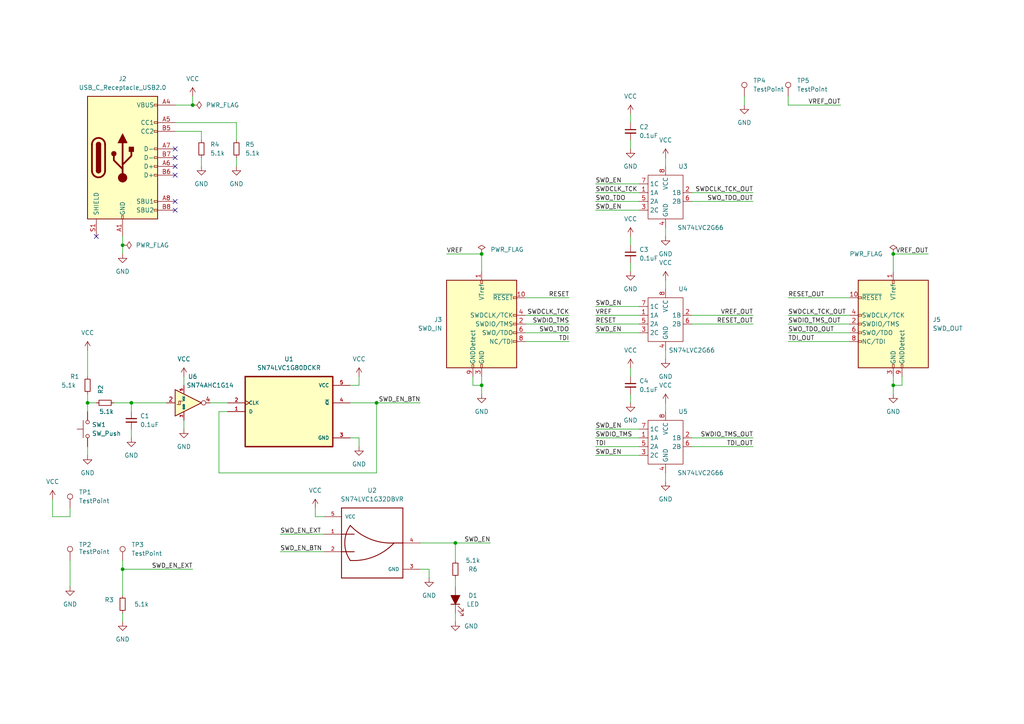
<source format=kicad_sch>
(kicad_sch (version 20211123) (generator eeschema)
  (paper "A4")
  (title_block (title "Debugotron SWD Switch") (date "2022-02-26") (rev "2.1") (company "Quesadillon LLC"))
  (lib_symbols
    (symbol "74xGxx:SN74LVC1G14DBV"
      (property "Reference" "U" (at -2.54 5.08 0))
      (property "Value" "SN74LVC1G14DBV" (at 10.16 5.08 0))
      (symbol "SN74LVC1G14DBV_0_1"
        (polyline (pts (xy -1.016 0.508) (xy -0.508 0.508)))
        (polyline (pts (xy -2.54 3.81) (xy -2.54 -3.81) (xy 5.08 0) (xy -2.54 3.81)) (stroke (width 0.254)) (fill (type background)))
        (polyline (pts (xy -1.524 -0.508) (xy -1.524 0.508) (xy -1.016 0.508) (xy -1.016 -0.508) (xy -2.032 -0.508)))
        (circle (center 5.715 0) (radius 0.635))
      )
      (symbol "SN74LVC1G14DBV_1_1"
        (pin no_connect line (at 5.08 0 180) (length 2.54) hide (name "NC") (number "1"))
        (pin input line (at -5.08 0 0) (length 2.54) (name "~") (number "2"))
        (pin power_in line (at 0 -5.08 90) (length 2.54) (name "GND") (number "3"))
        (pin output line (at 7.62 0 180) (length 1.27) (name "~") (number "4"))
        (pin power_in line (at 0 5.08 270) (length 2.54) (name "VCC") (number "5"))
      )
    )
    (symbol "Connector:Conn_ARM_JTAG_SWD_10" (pin_names (offset 1.016))
      (property "Reference" "J" (at -2.54 16.51 0))
      (property "Value" "Conn_ARM_JTAG_SWD_10" (at -2.54 13.97 0))
      (symbol "Conn_ARM_JTAG_SWD_10_0_1"
        (rectangle (start -10.16 12.7) (end 10.16 -12.7) (stroke (width 0.254)) (fill (type background)))
        (rectangle (start -2.794 -12.7) (end -2.286 -11.684))
        (rectangle (start -0.254 -12.7) (end 0.254 -11.684))
        (rectangle (start -0.254 12.7) (end 0.254 11.684))
        (rectangle (start 9.144 2.286) (end 10.16 2.794))
        (rectangle (start 10.16 -2.794) (end 9.144 -2.286))
        (rectangle (start 10.16 -0.254) (end 9.144 0.254))
        (rectangle (start 10.16 7.874) (end 9.144 7.366))
      )
      (symbol "Conn_ARM_JTAG_SWD_10_1_1"
        (rectangle (start 9.144 -5.334) (end 10.16 -4.826))
        (pin power_in line (at 0 15.24 270) (length 2.54) (name "VTref") (number "1"))
        (pin open_collector line (at 12.7 7.62 180) (length 2.54) (name "~{RESET}") (number "10"))
        (pin bidirectional line (at 12.7 0 180) (length 2.54) (name "SWDIO/TMS") (number "2"))
        (pin power_in line (at 0 -15.24 90) (length 2.54) (name "GND") (number "3"))
        (pin output line (at 12.7 2.54 180) (length 2.54) (name "SWDCLK/TCK") (number "4"))
        (pin passive line (at 0 -15.24 90) (length 2.54) hide (name "GND") (number "5"))
        (pin input line (at 12.7 -2.54 180) (length 2.54) (name "SWO/TDO") (number "6"))
        (pin no_connect line (at -10.16 0 0) (length 2.54) hide (name "KEY") (number "7"))
        (pin output line (at 12.7 -5.08 180) (length 2.54) (name "NC/TDI") (number "8"))
        (pin passive line (at -2.54 -15.24 90) (length 2.54) (name "GNDDetect") (number "9"))
      )
    )
    (symbol "Connector:TestPoint" (pin_numbers hide) (pin_names (offset 0.762) hide)
      (property "Reference" "TP" (at 0 6.858 0))
      (property "Value" "TestPoint" (at 0 5.08 0))
      (symbol "TestPoint_0_1"
        (circle (center 0 3.302) (radius 0.762))
      )
      (symbol "TestPoint_1_1"
        (pin passive line (at 0 0 90) (length 2.54) (name "1") (number "1"))
      )
    )
    (symbol "Connector:USB_C_Receptacle_USB2.0" (pin_names (offset 1.016))
      (property "Reference" "J" (at -10.16 19.05 0))
      (property "Value" "USB_C_Receptacle_USB2.0" (at 19.05 19.05 0))
      (symbol "USB_C_Receptacle_USB2.0_0_0"
        (rectangle (start -0.254 -17.78) (end 0.254 -16.764))
        (rectangle (start 10.16 -14.986) (end 9.144 -15.494))
        (rectangle (start 10.16 -12.446) (end 9.144 -12.954))
        (rectangle (start 10.16 -4.826) (end 9.144 -5.334))
        (rectangle (start 10.16 -2.286) (end 9.144 -2.794))
        (rectangle (start 10.16 0.254) (end 9.144 -0.254))
        (rectangle (start 10.16 2.794) (end 9.144 2.286))
        (rectangle (start 10.16 7.874) (end 9.144 7.366))
        (rectangle (start 10.16 10.414) (end 9.144 9.906))
        (rectangle (start 10.16 15.494) (end 9.144 14.986))
      )
      (symbol "USB_C_Receptacle_USB2.0_0_1"
        (rectangle (start -10.16 17.78) (end 10.16 -17.78) (stroke (width 0.254)) (fill (type background)))
        (arc (start -8.89 -3.81) (mid -6.985 -5.715) (end -5.08 -3.81) (stroke (width 0.508)))
        (arc (start -7.62 -3.81) (mid -6.985 -4.445) (end -6.35 -3.81) (stroke (width 0.254)))
        (arc (start -7.62 -3.81) (mid -6.985 -4.445) (end -6.35 -3.81) (stroke (width 0.254)) (fill (type outline)))
        (rectangle (start -7.62 -3.81) (end -6.35 3.81) (stroke (width 0.254)) (fill (type outline)))
        (arc (start -6.35 3.81) (mid -6.985 4.445) (end -7.62 3.81) (stroke (width 0.254)))
        (arc (start -6.35 3.81) (mid -6.985 4.445) (end -7.62 3.81) (stroke (width 0.254)) (fill (type outline)))
        (arc (start -5.08 3.81) (mid -6.985 5.715) (end -8.89 3.81) (stroke (width 0.508)))
        (circle (center -2.54 1.143) (radius 0.635) (stroke (width 0.254)) (fill (type outline)))
        (circle (center 0 -5.842) (radius 1.27) (fill (type outline)))
        (polyline (pts (xy -8.89 -3.81) (xy -8.89 3.81)) (stroke (width 0.508)))
        (polyline (pts (xy -5.08 3.81) (xy -5.08 -3.81)) (stroke (width 0.508)))
        (polyline (pts (xy 0 -5.842) (xy 0 4.318)) (stroke (width 0.508)))
        (polyline (pts (xy 0 -3.302) (xy -2.54 -0.762) (xy -2.54 0.508)) (stroke (width 0.508)))
        (polyline (pts (xy 0 -2.032) (xy 2.54 0.508) (xy 2.54 1.778)) (stroke (width 0.508)))
        (polyline (pts (xy -1.27 4.318) (xy 0 6.858) (xy 1.27 4.318) (xy -1.27 4.318)) (stroke (width 0.254)) (fill (type outline)))
        (rectangle (start 1.905 1.778) (end 3.175 3.048) (stroke (width 0.254)) (fill (type outline)))
      )
      (symbol "USB_C_Receptacle_USB2.0_1_1"
        (pin passive line (at 0 -22.86 90) (length 5.08) (name "GND") (number "A1"))
        (pin passive line (at 0 -22.86 90) (length 5.08) hide (name "GND") (number "A12"))
        (pin passive line (at 15.24 15.24 180) (length 5.08) (name "VBUS") (number "A4"))
        (pin bidirectional line (at 15.24 10.16 180) (length 5.08) (name "CC1") (number "A5"))
        (pin bidirectional line (at 15.24 -2.54 180) (length 5.08) (name "D+") (number "A6"))
        (pin bidirectional line (at 15.24 2.54 180) (length 5.08) (name "D-") (number "A7"))
        (pin bidirectional line (at 15.24 -12.7 180) (length 5.08) (name "SBU1") (number "A8"))
        (pin passive line (at 15.24 15.24 180) (length 5.08) hide (name "VBUS") (number "A9"))
        (pin passive line (at 0 -22.86 90) (length 5.08) hide (name "GND") (number "B1"))
        (pin passive line (at 0 -22.86 90) (length 5.08) hide (name "GND") (number "B12"))
        (pin passive line (at 15.24 15.24 180) (length 5.08) hide (name "VBUS") (number "B4"))
        (pin bidirectional line (at 15.24 7.62 180) (length 5.08) (name "CC2") (number "B5"))
        (pin bidirectional line (at 15.24 -5.08 180) (length 5.08) (name "D+") (number "B6"))
        (pin bidirectional line (at 15.24 0 180) (length 5.08) (name "D-") (number "B7"))
        (pin bidirectional line (at 15.24 -15.24 180) (length 5.08) (name "SBU2") (number "B8"))
        (pin passive line (at 15.24 15.24 180) (length 5.08) hide (name "VBUS") (number "B9"))
        (pin passive line (at -7.62 -22.86 90) (length 5.08) (name "SHIELD") (number "S1"))
      )
    )
    (symbol "Device:C_Small" (pin_numbers hide) (pin_names (offset 0.254) hide)
      (property "Reference" "C" (at 0.254 1.778 0))
      (property "Value" "C_Small" (at 0.254 -2.032 0))
      (symbol "C_Small_0_1"
        (polyline (pts (xy -1.524 -0.508) (xy 1.524 -0.508)) (stroke (width 0.3302)))
        (polyline (pts (xy -1.524 0.508) (xy 1.524 0.508)) (stroke (width 0.3048)))
      )
      (symbol "C_Small_1_1"
        (pin passive line (at 0 2.54 270) (length 2.032) (name "~") (number "1"))
        (pin passive line (at 0 -2.54 90) (length 2.032) (name "~") (number "2"))
      )
    )
    (symbol "Device:LED_Filled" (pin_numbers hide) (pin_names (offset 1.016) hide)
      (property "Reference" "D" (at 0 2.54 0))
      (property "Value" "LED_Filled" (at 0 -2.54 0))
      (symbol "LED_Filled_0_1"
        (polyline (pts (xy -1.27 -1.27) (xy -1.27 1.27)) (stroke (width 0.254)))
        (polyline (pts (xy -1.27 0) (xy 1.27 0)))
        (polyline (pts (xy 1.27 -1.27) (xy 1.27 1.27) (xy -1.27 0) (xy 1.27 -1.27)) (stroke (width 0.254)) (fill (type outline)))
        (polyline (pts (xy -3.048 -0.762) (xy -4.572 -2.286) (xy -3.81 -2.286) (xy -4.572 -2.286) (xy -4.572 -1.524)))
        (polyline (pts (xy -1.778 -0.762) (xy -3.302 -2.286) (xy -2.54 -2.286) (xy -3.302 -2.286) (xy -3.302 -1.524)))
      )
      (symbol "LED_Filled_1_1"
        (pin passive line (at -3.81 0 0) (length 2.54) (name "K") (number "1"))
        (pin passive line (at 3.81 0 180) (length 2.54) (name "A") (number "2"))
      )
    )
    (symbol "Device:R_Small" (pin_numbers hide) (pin_names (offset 0.254) hide)
      (property "Reference" "R" (at 0.762 0.508 0))
      (property "Value" "R_Small" (at 0.762 -1.016 0))
      (symbol "R_Small_0_1"
        (rectangle (start -0.762 1.778) (end 0.762 -1.778) (stroke (width 0.2032)))
      )
      (symbol "R_Small_1_1"
        (pin passive line (at 0 2.54 270) (length 0.762) (name "~") (number "1"))
        (pin passive line (at 0 -2.54 90) (length 0.762) (name "~") (number "2"))
      )
    )
    (symbol "Switch:SW_Push" (pin_numbers hide) (pin_names (offset 1.016) hide)
      (property "Reference" "SW" (at 1.27 2.54 0))
      (property "Value" "SW_Push" (at 0 -1.524 0))
      (symbol "SW_Push_0_1"
        (circle (center -2.032 0) (radius 0.508))
        (polyline (pts (xy 0 1.27) (xy 0 3.048)))
        (polyline (pts (xy 2.54 1.27) (xy -2.54 1.27)))
        (circle (center 2.032 0) (radius 0.508))
        (pin passive line (at -5.08 0 0) (length 2.54) (name "1") (number "1"))
        (pin passive line (at 5.08 0 180) (length 2.54) (name "2") (number "2"))
      )
    )
    (symbol "power:GND" (power) (pin_names (offset 0))
      (property "Value" "GND" (at 0 -3.81 0))
      (symbol "GND_0_1"
        (polyline (pts (xy 0 0) (xy 0 -1.27) (xy 1.27 -1.27) (xy 0 -2.54) (xy -1.27 -1.27) (xy 0 -1.27)))
      )
      (symbol "GND_1_1"
        (pin power_in line (at 0 0 270) (length 0) hide (name "GND") (number "1"))
      )
    )
    (symbol "power:PWR_FLAG" (power) (pin_numbers hide) (pin_names (offset 0) hide)
      (property "Value" "PWR_FLAG" (at 0 3.81 0))
      (symbol "PWR_FLAG_0_0"
        (pin power_out line (at 0 0 90) (length 0) (name "pwr") (number "1"))
      )
      (symbol "PWR_FLAG_0_1"
        (polyline (pts (xy 0 0) (xy 0 1.27) (xy -1.016 1.905) (xy 0 2.54) (xy 1.016 1.905) (xy 0 1.27)))
      )
    )
    (symbol "power:VCC" (power) (pin_names (offset 0))
      (property "Value" "VCC" (at 0 3.81 0))
      (symbol "VCC_0_1"
        (polyline (pts (xy -0.762 1.27) (xy 0 2.54)))
        (polyline (pts (xy 0 0) (xy 0 2.54)))
        (polyline (pts (xy 0 2.54) (xy 0.762 1.27)))
      )
      (symbol "VCC_1_1"
        (pin power_in line (at 0 0 90) (length 0) hide (name "VCC") (number "1"))
      )
    )
    (symbol "quesadillon:SN74LVC2G66"
      (property "Reference" "U" (at 5.08 7.62 0))
      (property "Value" "SN74LVC2G66" (at 7.62 -10.16 0))
      (symbol "SN74LVC2G66_0_0"
        (pin bidirectional line (at -7.62 0 0) (length 2.54) (name "1A") (number "1"))
        (pin bidirectional line (at 7.62 0 180) (length 2.54) (name "1B") (number "2"))
        (pin input line (at -7.62 -5.08 0) (length 2.54) (name "2C") (number "3"))
        (pin power_in line (at 0 -10.16 90) (length 2.54) (name "GND") (number "4"))
        (pin bidirectional line (at -7.62 -2.54 0) (length 2.54) (name "2A") (number "5"))
        (pin bidirectional line (at 7.62 -2.54 180) (length 2.54) (name "2B") (number "6"))
        (pin input line (at -7.62 2.54 0) (length 2.54) (name "1C") (number "7"))
        (pin power_in line (at 0 7.62 270) (length 2.54) (name "VCC") (number "8"))
      )
      (symbol "SN74LVC2G66_0_1"
        (rectangle (start -5.08 5.08) (end 5.08 -7.62) (stroke (width 0.1524)))
      )
    )
    (symbol "snapeda:SN74LVC1G32DBVR" (pin_names (offset 1.016))
      (property "Reference" "U" (at -7.62 11.1506 0))
      (property "Value" "SN74LVC1G32DBVR" (at -7.62 -12.7 0))
      (symbol "SN74LVC1G32DBVR_0_0"
        (arc (start -5.08 -5.08) (mid 1.8348 -3.9521) (end 7.62 0) (stroke (width 0.254)))
        (arc (start -5.08 5.08) (mid -21.2088 0) (end -5.08 -5.08) (stroke (width 0.254)))
        (arc (start -5.08 5.08) (mid -10.1837 -26.094) (end 7.62 0) (stroke (width 0.254)))
        (polyline (pts (xy -7.62 -10.16) (xy -7.62 2.54)) (stroke (width 0.254)))
        (polyline (pts (xy -7.62 -2.54) (xy -3.937 -2.54)) (stroke (width 0.254)))
        (polyline (pts (xy -7.62 2.54) (xy -7.62 10.16)) (stroke (width 0.254)))
        (polyline (pts (xy -7.62 2.54) (xy -3.937 2.54)) (stroke (width 0.254)))
        (polyline (pts (xy -7.62 10.16) (xy 10.16 10.16)) (stroke (width 0.254)))
        (polyline (pts (xy 7.62 0) (xy 10.16 0)) (stroke (width 0.254)))
        (polyline (pts (xy 10.16 -10.16) (xy -7.62 -10.16)) (stroke (width 0.254)))
        (polyline (pts (xy 10.16 0) (xy 10.16 -10.16)) (stroke (width 0.254)))
        (polyline (pts (xy 10.16 10.16) (xy 10.16 0)) (stroke (width 0.254)))
        (pin input line (at -12.7 2.54 0) (length 5.08) (name "~") (number "1"))
        (pin input line (at -12.7 -2.54 0) (length 5.08) (name "~") (number "2"))
        (pin power_in line (at 15.24 -7.62 180) (length 5.08) (name "GND") (number "3"))
        (pin output line (at 15.24 0 180) (length 5.08) (name "~") (number "4"))
        (pin power_in line (at -12.7 7.62 0) (length 5.08) (name "VCC") (number "5"))
      )
    )
    (symbol "snapeda:SN74LVC1G80DCKR" (pin_names (offset 1.016))
      (property "Reference" "U" (at -12.7 11.1506 0))
      (property "Value" "SN74LVC1G80DCKR" (at -12.7 -14.1478 0))
      (symbol "SN74LVC1G80DCKR_0_0"
        (rectangle (start -12.7 -10.16) (end 12.7 10.16) (stroke (width 0.4064)) (fill (type background)))
        (pin input line (at -17.78 0 0) (length 5.08) (name "D") (number "1"))
        (pin input clock (at -17.78 2.54 0) (length 5.08) (name "CLK") (number "2"))
        (pin power_in line (at 17.78 -7.62 180) (length 5.08) (name "GND") (number "3"))
        (pin output line (at 17.78 2.54 180) (length 5.08) (name "~{Q}") (number "4"))
        (pin power_in line (at 17.78 7.62 180) (length 5.08) (name "VCC") (number "5"))
      )
    )
  )
  (junction (at 25.4 116.84))
  (junction (at 139.7 73.66))
  (junction (at 35.56 165.1))
  (junction (at 259.08 73.66))
  (junction (at 35.56 71.12))
  (junction (at 259.08 111.76))
  (junction (at 38.1 116.84))
  (junction (at 109.22 116.84))
  (junction (at 139.7 111.76))
  (junction (at 55.88 30.48))
  (junction (at 132.08 157.48))
  (no_connect (at 50.8 58.42))
  (no_connect (at 50.8 60.96))
  (no_connect (at 27.94 68.58))
  (no_connect (at 50.8 45.72))
  (no_connect (at 50.8 48.26))
  (no_connect (at 50.8 50.8))
  (no_connect (at 50.8 43.18))
  (wire (pts (xy 35.56 177.8) (xy 35.56 180.34)))
  (wire (pts (xy 25.4 114.3) (xy 25.4 116.84)))
  (wire (pts (xy 246.38 86.36) (xy 228.6 86.36)))
  (wire (pts (xy 139.7 111.76) (xy 139.7 114.3)))
  (wire (pts (xy 20.32 149.86) (xy 20.32 147.32)))
  (wire (pts (xy 193.04 66.04) (xy 193.04 68.58)))
  (wire (pts (xy 35.56 71.12) (xy 35.56 73.66)))
  (wire (pts (xy 172.72 93.98) (xy 185.42 93.98)))
  (wire (pts (xy 132.08 157.48) (xy 142.24 157.48)))
  (wire (pts (xy 228.6 27.94) (xy 228.6 30.48)))
  (wire (pts (xy 228.6 30.48) (xy 243.84 30.48)))
  (wire (pts (xy 35.56 162.56) (xy 35.56 165.1)))
  (wire (pts (xy 246.38 96.52) (xy 228.6 96.52)))
  (wire (pts (xy 60.96 116.84) (xy 66.04 116.84)))
  (wire (pts (xy 152.4 91.44) (xy 165.1 91.44)))
  (wire (pts (xy 15.24 149.86) (xy 20.32 149.86)))
  (wire (pts (xy 132.08 177.8) (xy 132.08 180.34)))
  (wire (pts (xy 200.66 127) (xy 218.44 127)))
  (wire (pts (xy 55.88 165.1) (xy 35.56 165.1)))
  (wire (pts (xy 193.04 45.72) (xy 193.04 48.26)))
  (wire (pts (xy 152.4 96.52) (xy 165.1 96.52)))
  (wire (pts (xy 246.38 91.44) (xy 228.6 91.44)))
  (wire (pts (xy 193.04 81.28) (xy 193.04 83.82)))
  (wire (pts (xy 137.16 109.22) (xy 137.16 111.76)))
  (wire (pts (xy 139.7 111.76) (xy 139.7 109.22)))
  (wire (pts (xy 137.16 111.76) (xy 139.7 111.76)))
  (wire (pts (xy 172.72 124.46) (xy 185.42 124.46)))
  (wire (pts (xy 33.02 116.84) (xy 38.1 116.84)))
  (wire (pts (xy 259.08 111.76) (xy 259.08 109.22)))
  (wire (pts (xy 261.62 111.76) (xy 259.08 111.76)))
  (wire (pts (xy 261.62 109.22) (xy 261.62 111.76)))
  (wire (pts (xy 81.28 160.02) (xy 93.98 160.02)))
  (wire (pts (xy 68.58 45.72) (xy 68.58 48.26)))
  (wire (pts (xy 63.5 119.38) (xy 63.5 137.16)))
  (wire (pts (xy 259.08 78.74) (xy 259.08 73.66)))
  (wire (pts (xy 269.24 73.66) (xy 259.08 73.66)))
  (wire (pts (xy 25.4 129.54) (xy 25.4 132.08)))
  (wire (pts (xy 200.66 129.54) (xy 218.44 129.54)))
  (wire (pts (xy 200.66 93.98) (xy 218.44 93.98)))
  (wire (pts (xy 172.72 91.44) (xy 185.42 91.44)))
  (wire (pts (xy 182.88 40.64) (xy 182.88 43.18)))
  (wire (pts (xy 101.6 116.84) (xy 109.22 116.84)))
  (wire (pts (xy 101.6 111.76) (xy 104.14 111.76)))
  (wire (pts (xy 152.4 86.36) (xy 165.1 86.36)))
  (wire (pts (xy 182.88 114.3) (xy 182.88 116.84)))
  (wire (pts (xy 35.56 165.1) (xy 35.56 172.72)))
  (wire (pts (xy 182.88 76.2) (xy 182.88 78.74)))
  (wire (pts (xy 15.24 144.78) (xy 15.24 149.86)))
  (wire (pts (xy 55.88 30.48) (xy 50.8 30.48)))
  (wire (pts (xy 81.28 154.94) (xy 93.98 154.94)))
  (wire (pts (xy 63.5 137.16) (xy 109.22 137.16)))
  (wire (pts (xy 193.04 137.16) (xy 193.04 139.7)))
  (wire (pts (xy 91.44 147.32) (xy 91.44 149.86)))
  (wire (pts (xy 182.88 33.02) (xy 182.88 35.56)))
  (wire (pts (xy 25.4 101.6) (xy 25.4 109.22)))
  (wire (pts (xy 172.72 60.96) (xy 185.42 60.96)))
  (wire (pts (xy 193.04 116.84) (xy 193.04 119.38)))
  (wire (pts (xy 246.38 99.06) (xy 228.6 99.06)))
  (wire (pts (xy 20.32 162.56) (xy 20.32 170.18)))
  (wire (pts (xy 109.22 116.84) (xy 121.92 116.84)))
  (wire (pts (xy 152.4 99.06) (xy 165.1 99.06)))
  (wire (pts (xy 193.04 101.6) (xy 193.04 104.14)))
  (wire (pts (xy 68.58 35.56) (xy 68.58 40.64)))
  (wire (pts (xy 132.08 157.48) (xy 132.08 162.56)))
  (wire (pts (xy 182.88 106.68) (xy 182.88 109.22)))
  (wire (pts (xy 139.7 78.74) (xy 139.7 73.66)))
  (wire (pts (xy 129.54 73.66) (xy 139.7 73.66)))
  (wire (pts (xy 35.56 68.58) (xy 35.56 71.12)))
  (wire (pts (xy 101.6 127) (xy 104.14 127)))
  (wire (pts (xy 215.9 27.94) (xy 215.9 30.48)))
  (wire (pts (xy 152.4 93.98) (xy 165.1 93.98)))
  (wire (pts (xy 172.72 127) (xy 185.42 127)))
  (wire (pts (xy 50.8 38.1) (xy 58.42 38.1)))
  (wire (pts (xy 172.72 55.88) (xy 185.42 55.88)))
  (wire (pts (xy 182.88 68.58) (xy 182.88 71.12)))
  (wire (pts (xy 172.72 58.42) (xy 185.42 58.42)))
  (wire (pts (xy 259.08 111.76) (xy 259.08 114.3)))
  (wire (pts (xy 200.66 55.88) (xy 218.44 55.88)))
  (wire (pts (xy 104.14 127) (xy 104.14 129.54)))
  (wire (pts (xy 172.72 88.9) (xy 185.42 88.9)))
  (wire (pts (xy 132.08 167.64) (xy 132.08 170.18)))
  (wire (pts (xy 38.1 116.84) (xy 38.1 119.38)))
  (wire (pts (xy 124.46 165.1) (xy 121.92 165.1)))
  (wire (pts (xy 58.42 38.1) (xy 58.42 40.64)))
  (wire (pts (xy 66.04 119.38) (xy 63.5 119.38)))
  (wire (pts (xy 38.1 124.46) (xy 38.1 127)))
  (wire (pts (xy 172.72 53.34) (xy 185.42 53.34)))
  (wire (pts (xy 246.38 93.98) (xy 228.6 93.98)))
  (wire (pts (xy 172.72 132.08) (xy 185.42 132.08)))
  (wire (pts (xy 172.72 96.52) (xy 185.42 96.52)))
  (wire (pts (xy 25.4 116.84) (xy 27.94 116.84)))
  (wire (pts (xy 55.88 27.94) (xy 55.88 30.48)))
  (wire (pts (xy 200.66 58.42) (xy 218.44 58.42)))
  (wire (pts (xy 104.14 109.22) (xy 104.14 111.76)))
  (wire (pts (xy 124.46 167.64) (xy 124.46 165.1)))
  (wire (pts (xy 58.42 45.72) (xy 58.42 48.26)))
  (wire (pts (xy 53.34 109.22) (xy 53.34 111.76)))
  (wire (pts (xy 200.66 91.44) (xy 218.44 91.44)))
  (wire (pts (xy 109.22 116.84) (xy 109.22 137.16)))
  (wire (pts (xy 121.92 157.48) (xy 132.08 157.48)))
  (wire (pts (xy 38.1 116.84) (xy 48.26 116.84)))
  (wire (pts (xy 172.72 129.54) (xy 185.42 129.54)))
  (wire (pts (xy 53.34 121.92) (xy 53.34 124.46)))
  (wire (pts (xy 50.8 35.56) (xy 68.58 35.56)))
  (wire (pts (xy 91.44 149.86) (xy 93.98 149.86)))
  (wire (pts (xy 25.4 116.84) (xy 25.4 119.38)))
  (label "SWO_TDO" (at 172.72 58.42 0))
  (label "SWDIO_TMS_OUT" (at 218.44 127 180))
  (label "SWD_EN" (at 172.72 53.34 0))
  (label "RESET" (at 165.1 86.36 180))
  (label "SWD_EN" (at 172.72 132.08 0))
  (label "VREF_OUT" (at 243.84 30.48 180))
  (label "SWD_EN" (at 172.72 60.96 0))
  (label "SWDIO_TMS" (at 165.1 93.98 180))
  (label "SWD_EN_BTN" (at 121.92 116.84 180))
  (label "SWDCLK_TCK" (at 165.1 91.44 180))
  (label "VREF" (at 129.54 73.66 0))
  (label "SWD_EN_EXT" (at 55.88 165.1 180))
  (label "TDI" (at 172.72 129.54 0))
  (label "TDI" (at 165.1 99.06 180))
  (label "VREF" (at 172.72 91.44 0))
  (label "RESET_OUT" (at 228.6 86.36 0))
  (label "RESET" (at 172.72 93.98 0))
  (label "SWO_TDO_OUT" (at 218.44 58.42 180))
  (label "TDI_OUT" (at 218.44 129.54 180))
  (label "SWD_EN" (at 172.72 88.9 0))
  (label "SWD_EN_BTN" (at 81.28 160.02 0))
  (label "VREF_OUT" (at 269.24 73.66 180))
  (label "SWDIO_TMS_OUT" (at 228.6 93.98 0))
  (label "SWDCLK_TCK_OUT" (at 218.44 55.88 180))
  (label "SWD_EN" (at 172.72 124.46 0))
  (label "VREF_OUT" (at 218.44 91.44 180))
  (label "SWDCLK_TCK_OUT" (at 228.6 91.44 0))
  (label "RESET_OUT" (at 218.44 93.98 180))
  (label "SWD_EN" (at 142.24 157.48 180))
  (label "SWD_EN" (at 172.72 96.52 0))
  (label "SWO_TDO_OUT" (at 228.6 96.52 0))
  (label "TDI_OUT" (at 228.6 99.06 0))
  (label "SWDCLK_TCK" (at 172.72 55.88 0))
  (label "SWDIO_TMS" (at 172.72 127 0))
  (label "SWD_EN_EXT" (at 81.28 154.94 0))
  (label "SWO_TDO" (at 165.1 96.52 180))
  (symbol (lib_id "Device:R_Small") (at 25.4 111.76 0) (unit 1)
    (property "Reference" "R1" (at 20.32 109.22 0) (effects (justify left)))
    (property "Value" "5.1k" (at 17.78 111.76 0) (effects (justify left)))
    (property "Footprint" "Resistor_SMD:R_0402_1005Metric" (effects hide))
  )
  (symbol (lib_id "power:GND") (at 182.88 43.18 0) (unit 1)
    (property "Reference" "#PWR017" (effects hide))
    (property "Value" "GND" (at 182.88 48.26 0))
  )
  (symbol (lib_id "power:VCC") (at 55.88 27.94 0) (unit 1)
    (property "Reference" "#PWR07" (effects hide))
    (property "Value" "VCC" (at 55.88 22.86 0))
  )
  (symbol (lib_id "power:VCC") (at 182.88 68.58 0) (unit 1)
    (property "Reference" "#PWR018" (effects hide))
    (property "Value" "VCC" (at 182.88 63.5 0))
  )
  (symbol (lib_id "power:VCC") (at 182.88 106.68 0) (unit 1)
    (property "Reference" "#PWR020" (effects hide))
    (property "Value" "VCC" (at 182.88 101.6 0))
  )
  (symbol (lib_id "power:GND") (at 38.1 127 0) (unit 1)
    (property "Reference" "#PWR0103" (effects hide))
    (property "Value" "GND" (at 38.1 132.08 0))
  )
  (symbol (lib_id "power:VCC") (at 193.04 45.72 0) (unit 1)
    (property "Reference" "#PWR022" (effects hide))
    (property "Value" "VCC" (at 193.04 40.64 0))
  )
  (symbol (lib_id "power:PWR_FLAG") (at 35.56 71.12 270) (unit 1)
    (property "Reference" "#FLG01" (effects hide))
    (property "Value" "PWR_FLAG" (at 39.37 71.1199 90) (effects (justify left)))
  )
  (symbol (lib_id "Connector:Conn_ARM_JTAG_SWD_10") (at 259.08 93.98 0) (mirror y) (unit 1)
    (property "Reference" "J5" (at 270.51 92.7099 0) (effects (justify right)))
    (property "Value" "SWD_OUT" (at 270.51 95.2499 0) (effects (justify right)))
    (property "Footprint" "snapeda:SAMTEC_FTSH-105-01-F-DV-P-TR_alt" (effects hide))
    (property "Datasheet" "http://infocenter.arm.com/help/topic/com.arm.doc.ddi0314h/DDI0314H_coresight_components_trm.pdf" (effects hide))
    (property "DKPN" "609-3695-1-ND" (effects hide))
    (property "MPN" "20021121-00010C4LF" (effects hide))
  )
  (symbol (lib_id "power:PWR_FLAG") (at 55.88 30.48 270) (unit 1)
    (property "Reference" "#FLG02" (effects hide))
    (property "Value" "PWR_FLAG" (at 59.69 30.4799 90) (effects (justify left)))
  )
  (symbol (lib_id "power:GND") (at 215.9 30.48 0) (unit 1)
    (property "Reference" "#PWR028" (effects hide))
    (property "Value" "GND" (at 215.9 35.56 0))
  )
  (symbol (lib_id "Device:C_Small") (at 182.88 111.76 0) (unit 1)
    (property "Reference" "C4" (at 185.42 110.4899 0) (effects (justify left)))
    (property "Value" "0.1uF" (at 185.42 113.0299 0) (effects (justify left)))
    (property "Footprint" "Capacitor_SMD:C_0402_1005Metric" (effects hide))
  )
  (symbol (lib_id "power:GND") (at 139.7 114.3 0) (unit 1)
    (property "Reference" "#PWR015" (effects hide))
    (property "Value" "GND" (at 139.7 119.38 0))
  )
  (symbol (lib_id "power:VCC") (at 53.34 109.22 0) (unit 1)
    (property "Reference" "#PWR0102" (effects hide))
    (property "Value" "VCC" (at 53.34 104.14 0))
  )
  (symbol (lib_id "Device:LED_Filled") (at 132.08 173.99 90) (unit 1)
    (property "Reference" "D1" (at 137.16 172.72 90))
    (property "Value" "LED" (at 137.16 175.26 90))
    (property "Footprint" "LED_SMD:LED_0603_1608Metric" (effects hide))
  )
  (symbol (lib_id "power:GND") (at 182.88 116.84 0) (unit 1)
    (property "Reference" "#PWR021" (effects hide))
    (property "Value" "GND" (at 182.88 121.92 0))
  )
  (symbol (lib_id "power:GND") (at 182.88 78.74 0) (unit 1)
    (property "Reference" "#PWR019" (effects hide))
    (property "Value" "GND" (at 182.88 83.82 0))
  )
  (symbol (lib_id "power:VCC") (at 91.44 147.32 0) (unit 1)
    (property "Reference" "#PWR012" (effects hide))
    (property "Value" "VCC" (at 91.44 142.24 0))
  )
  (symbol (lib_id "power:GND") (at 35.56 180.34 0) (mirror y) (unit 1)
    (property "Reference" "#PWR06" (effects hide))
    (property "Value" "GND" (at 35.56 185.42 0))
  )
  (symbol (lib_id "power:GND") (at 35.56 73.66 0) (unit 1)
    (property "Reference" "#PWR03" (effects hide))
    (property "Value" "GND" (at 35.56 78.74 0))
  )
  (symbol (lib_id "Device:C_Small") (at 182.88 73.66 0) (unit 1)
    (property "Reference" "C3" (at 185.42 72.3899 0) (effects (justify left)))
    (property "Value" "0.1uF" (at 185.42 74.9299 0) (effects (justify left)))
    (property "Footprint" "Capacitor_SMD:C_0402_1005Metric" (effects hide))
  )
  (symbol (lib_id "snapeda:SN74LVC1G80DCKR") (at 83.82 119.38 0) (unit 1)
    (property "Reference" "U1" (at 83.82 104.14 0))
    (property "Value" "SN74LVC1G80DCKR" (at 83.82 106.68 0))
    (property "Footprint" "snapeda:SOT65P210X110-5N" (effects hide))
    (property "MPN" "SN74LVC1G80DCKR" (effects hide))
  )
  (symbol (lib_id "Device:R_Small") (at 35.56 175.26 0) (mirror y) (unit 1)
    (property "Reference" "R3" (at 33.02 173.9899 0) (effects (justify left)))
    (property "Value" "5.1k" (at 43.18 175.26 0) (effects (justify left)))
    (property "Footprint" "Resistor_SMD:R_0402_1005Metric" (effects hide))
  )
  (symbol (lib_id "74xGxx:SN74LVC1G14DBV") (at 53.34 116.84 0) (unit 1)
    (property "Reference" "U6" (at 55.88 109.22 0))
    (property "Value" "SN74AHC1G14" (at 60.96 111.76 0))
    (property "Footprint" "Package_TO_SOT_SMD:SOT-23-5" (effects hide))
    (property "MPN" "SN74AHC1G14DBVR" (effects hide))
  )
  (symbol (lib_id "quesadillon:SN74LVC2G66") (at 193.04 91.44 0) (unit 1)
    (property "Reference" "U4" (at 198.12 83.82 0))
    (property "Value" "SN74LVC2G66" (at 200.66 101.6 0))
    (property "Footprint" "alvarop:SN74LVC2G66-VSSOP" (effects hide))
    (property "DKPN" "296-13272-1-ND" (effects hide))
    (property "MPN" "SN74LVC2G66DCUR" (effects hide))
  )
  (symbol (lib_id "Switch:SW_Push") (at 25.4 124.46 90) (unit 1)
    (property "Reference" "SW1" (at 26.67 123.1899 90) (effects (justify right)))
    (property "Value" "SW_Push" (at 26.67 125.7299 90) (effects (justify right)))
    (property "Footprint" "alvarop:PTS636_G" (effects hide))
    (property "MPN" "PTS636SL43SMTRLFS" (effects hide))
  )
  (symbol (lib_id "Connector:TestPoint") (at 35.56 162.56 0) (unit 1)
    (property "Reference" "TP3" (at 38.1 157.9879 0) (effects (justify left)))
    (property "Value" "TestPoint" (at 38.1 160.5279 0) (effects (justify left)))
    (property "Footprint" "TestPoint:TestPoint_Pad_D3.0mm" (effects hide))
  )
  (symbol (lib_id "Device:R_Small") (at 68.58 43.18 0) (unit 1)
    (property "Reference" "R5" (at 71.12 41.9099 0) (effects (justify left)))
    (property "Value" "5.1k" (at 71.12 44.4499 0) (effects (justify left)))
    (property "Footprint" "Resistor_SMD:R_0402_1005Metric" (effects hide))
  )
  (symbol (lib_id "Device:R_Small") (at 30.48 116.84 90) (unit 1)
    (property "Reference" "R2" (at 29.2099 114.3 0) (effects (justify left)))
    (property "Value" "5.1k" (at 33.02 119.38 90) (effects (justify left)))
    (property "Footprint" "Resistor_SMD:R_0402_1005Metric" (effects hide))
  )
  (symbol (lib_id "Device:C_Small") (at 182.88 38.1 0) (unit 1)
    (property "Reference" "C2" (at 185.42 36.8299 0) (effects (justify left)))
    (property "Value" "0.1uF" (at 185.42 39.3699 0) (effects (justify left)))
    (property "Footprint" "Capacitor_SMD:C_0402_1005Metric" (effects hide))
  )
  (symbol (lib_id "power:GND") (at 53.34 124.46 0) (unit 1)
    (property "Reference" "#PWR0101" (effects hide))
    (property "Value" "GND" (at 53.34 129.54 0))
  )
  (symbol (lib_id "power:PWR_FLAG") (at 139.7 73.66 0) (unit 1)
    (property "Reference" "#FLG03" (effects hide))
    (property "Value" "PWR_FLAG" (at 142.24 72.3899 0) (effects (justify left)))
  )
  (symbol (lib_id "power:GND") (at 193.04 104.14 0) (unit 1)
    (property "Reference" "#PWR025" (effects hide))
    (property "Value" "GND" (at 193.04 109.22 0))
  )
  (symbol (lib_id "power:VCC") (at 104.14 109.22 0) (unit 1)
    (property "Reference" "#PWR010" (effects hide))
    (property "Value" "VCC" (at 104.14 104.14 0))
  )
  (symbol (lib_id "power:VCC") (at 15.24 144.78 0) (mirror y) (unit 1)
    (property "Reference" "#PWR04" (effects hide))
    (property "Value" "VCC" (at 15.24 139.7 0))
  )
  (symbol (lib_id "Connector:TestPoint") (at 20.32 162.56 0) (unit 1)
    (property "Reference" "TP2" (at 22.86 157.9879 0) (effects (justify left)))
    (property "Value" "TestPoint" (at 22.86 160.02 0) (effects (justify left)))
    (property "Footprint" "TestPoint:TestPoint_Pad_D3.0mm" (effects hide))
  )
  (symbol (lib_id "power:GND") (at 132.08 180.34 0) (unit 1)
    (property "Reference" "#PWR014" (effects hide))
    (property "Value" "GND" (at 134.62 181.6099 0) (effects (justify left)))
  )
  (symbol (lib_id "power:GND") (at 193.04 139.7 0) (unit 1)
    (property "Reference" "#PWR027" (effects hide))
    (property "Value" "GND" (at 193.04 144.78 0))
  )
  (symbol (lib_id "Connector:TestPoint") (at 20.32 147.32 0) (unit 1)
    (property "Reference" "TP1" (at 22.86 142.7479 0) (effects (justify left)))
    (property "Value" "TestPoint" (at 22.86 145.2879 0) (effects (justify left)))
    (property "Footprint" "TestPoint:TestPoint_Pad_D3.0mm" (effects hide))
  )
  (symbol (lib_id "Connector:Conn_ARM_JTAG_SWD_10") (at 139.7 93.98 0) (unit 1)
    (property "Reference" "J3" (at 128.27 92.7099 0) (effects (justify right)))
    (property "Value" "SWD_IN" (at 128.27 95.2499 0) (effects (justify right)))
    (property "Footprint" "snapeda:SAMTEC_FTSH-105-01-F-DV-P-TR_alt" (effects hide))
    (property "Datasheet" "http://infocenter.arm.com/help/topic/com.arm.doc.ddi0314h/DDI0314H_coresight_components_trm.pdf" (effects hide))
    (property "DKPN" "609-3695-1-ND" (effects hide))
    (property "MPN" "20021121-00010C4LF" (effects hide))
  )
  (symbol (lib_id "power:GND") (at 25.4 132.08 0) (unit 1)
    (property "Reference" "#PWR02" (effects hide))
    (property "Value" "GND" (at 25.4 137.16 0))
  )
  (symbol (lib_id "power:VCC") (at 193.04 116.84 0) (unit 1)
    (property "Reference" "#PWR026" (effects hide))
    (property "Value" "VCC" (at 193.04 111.76 0))
  )
  (symbol (lib_id "power:GND") (at 20.32 170.18 0) (mirror y) (unit 1)
    (property "Reference" "#PWR05" (effects hide))
    (property "Value" "GND" (at 20.32 175.26 0))
  )
  (symbol (lib_id "Connector:USB_C_Receptacle_USB2.0") (at 35.56 45.72 0) (unit 1)
    (property "Reference" "J2" (at 35.56 22.86 0))
    (property "Value" "USB_C_Receptacle_USB2.0" (at 35.56 25.4 0))
    (property "Footprint" "alvarop:USB4515-GF-A" (effects hide))
    (property "Datasheet" "https://www.usb.org/sites/default/files/documents/usb_type-c.zip" (effects hide))
    (property "MPN" "USB4515-GF-A" (effects hide))
  )
  (symbol (lib_id "power:PWR_FLAG") (at 259.08 73.66 0) (unit 1)
    (property "Reference" "#FLG04" (effects hide))
    (property "Value" "PWR_FLAG" (at 246.38 73.66 0) (effects (justify left)))
  )
  (symbol (lib_id "Device:R_Small") (at 132.08 165.1 0) (unit 1)
    (property "Reference" "R6" (at 137.16 165.1 0))
    (property "Value" "5.1k" (at 137.16 162.56 0))
    (property "Footprint" "Resistor_SMD:R_0402_1005Metric" (effects hide))
  )
  (symbol (lib_id "quesadillon:SN74LVC2G66") (at 193.04 55.88 0) (unit 1)
    (property "Reference" "U3" (at 198.12 48.26 0))
    (property "Value" "SN74LVC2G66" (at 203.2 66.04 0))
    (property "Footprint" "alvarop:SN74LVC2G66-VSSOP" (effects hide))
    (property "DKPN" "296-13272-1-ND" (effects hide))
    (property "MPN" "SN74LVC2G66DCUR" (effects hide))
  )
  (symbol (lib_id "power:GND") (at 104.14 129.54 0) (unit 1)
    (property "Reference" "#PWR011" (effects hide))
    (property "Value" "GND" (at 104.14 134.62 0))
  )
  (symbol (lib_id "power:VCC") (at 25.4 101.6 0) (unit 1)
    (property "Reference" "#PWR01" (effects hide))
    (property "Value" "VCC" (at 25.4 96.52 0))
  )
  (symbol (lib_id "power:GND") (at 193.04 68.58 0) (unit 1)
    (property "Reference" "#PWR023" (effects hide))
    (property "Value" "GND" (at 193.04 73.66 0))
  )
  (symbol (lib_id "Device:R_Small") (at 58.42 43.18 0) (unit 1)
    (property "Reference" "R4" (at 60.96 41.9099 0) (effects (justify left)))
    (property "Value" "5.1k" (at 60.96 44.4499 0) (effects (justify left)))
    (property "Footprint" "Resistor_SMD:R_0402_1005Metric" (effects hide))
  )
  (symbol (lib_id "power:GND") (at 259.08 114.3 0) (mirror y) (unit 1)
    (property "Reference" "#PWR029" (effects hide))
    (property "Value" "GND" (at 259.08 119.38 0))
  )
  (symbol (lib_id "Connector:TestPoint") (at 215.9 27.94 0) (unit 1)
    (property "Reference" "TP4" (at 218.44 23.3679 0) (effects (justify left)))
    (property "Value" "TestPoint" (at 218.44 25.9079 0) (effects (justify left)))
    (property "Footprint" "TestPoint:TestPoint_Pad_D3.0mm" (effects hide))
  )
  (symbol (lib_id "Connector:TestPoint") (at 228.6 27.94 0) (unit 1)
    (property "Reference" "TP5" (at 231.14 23.3679 0) (effects (justify left)))
    (property "Value" "TestPoint" (at 231.14 25.9079 0) (effects (justify left)))
    (property "Footprint" "TestPoint:TestPoint_Pad_D3.0mm" (effects hide))
  )
  (symbol (lib_id "power:GND") (at 124.46 167.64 0) (unit 1)
    (property "Reference" "#PWR013" (effects hide))
    (property "Value" "GND" (at 124.46 172.72 0))
  )
  (symbol (lib_id "power:VCC") (at 182.88 33.02 0) (unit 1)
    (property "Reference" "#PWR016" (effects hide))
    (property "Value" "VCC" (at 182.88 27.94 0))
  )
  (symbol (lib_id "Device:C_Small") (at 38.1 121.92 0) (unit 1)
    (property "Reference" "C1" (at 40.64 120.6499 0) (effects (justify left)))
    (property "Value" "0.1uF" (at 40.64 123.1899 0) (effects (justify left)))
    (property "Footprint" "Capacitor_SMD:C_0402_1005Metric" (effects hide))
  )
  (symbol (lib_id "snapeda:SN74LVC1G32DBVR") (at 106.68 157.48 0) (unit 1)
    (property "Reference" "U2" (at 107.95 142.24 0))
    (property "Value" "SN74LVC1G32DBVR" (at 107.95 144.78 0))
    (property "Footprint" "snapeda:SOT95P280X145-5N" (effects hide))
    (property "STANDARD" "IPC-7351B" (effects hide))
    (property "PARTREV" "V" (effects hide))
    (property "MPN" "SN74AHC1G32DBVR" (effects hide))
  )
  (symbol (lib_id "power:GND") (at 58.42 48.26 0) (unit 1)
    (property "Reference" "#PWR08" (effects hide))
    (property "Value" "GND" (at 58.42 53.34 0))
  )
  (symbol (lib_id "quesadillon:SN74LVC2G66") (at 193.04 127 0) (unit 1)
    (property "Reference" "U5" (at 198.12 119.38 0))
    (property "Value" "SN74LVC2G66" (at 203.2 137.16 0))
    (property "Footprint" "alvarop:SN74LVC2G66-VSSOP" (effects hide))
    (property "DKPN" "296-13272-1-ND" (effects hide))
    (property "MPN" "SN74LVC2G66DCUR" (effects hide))
  )
  (symbol (lib_id "power:VCC") (at 193.04 81.28 0) (unit 1)
    (property "Reference" "#PWR024" (effects hide))
    (property "Value" "VCC" (at 193.04 76.2 0))
  )
  (symbol (lib_id "power:GND") (at 68.58 48.26 0) (unit 1)
    (property "Reference" "#PWR09" (effects hide))
    (property "Value" "GND" (at 68.58 53.34 0))
  )
)
</source>
